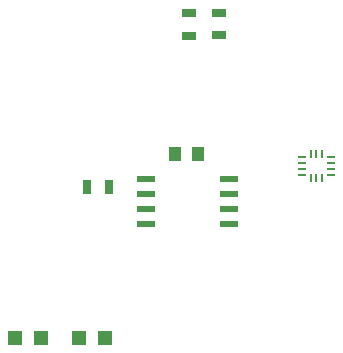
<source format=gbr>
G04 #@! TF.GenerationSoftware,KiCad,Pcbnew,(5.0.0)*
G04 #@! TF.CreationDate,2020-03-15T13:15:32-04:00*
G04 #@! TF.ProjectId,Attiny_IMU_LCD_ETC,417474696E795F494D555F4C43445F45,rev?*
G04 #@! TF.SameCoordinates,Original*
G04 #@! TF.FileFunction,Paste,Top*
G04 #@! TF.FilePolarity,Positive*
%FSLAX46Y46*%
G04 Gerber Fmt 4.6, Leading zero omitted, Abs format (unit mm)*
G04 Created by KiCad (PCBNEW (5.0.0)) date 03/15/20 13:15:32*
%MOMM*%
%LPD*%
G01*
G04 APERTURE LIST*
%ADD10R,1.000000X1.250000*%
%ADD11R,1.300000X0.700000*%
%ADD12R,0.700000X1.300000*%
%ADD13R,1.550000X0.600000*%
%ADD14R,1.200000X1.200000*%
%ADD15R,0.675000X0.250000*%
%ADD16R,0.250000X0.675000*%
G04 APERTURE END LIST*
D10*
G04 #@! TO.C,C1*
X131500000Y-87250000D03*
X133500000Y-87250000D03*
G04 #@! TD*
D11*
G04 #@! TO.C,R1*
X135250000Y-75250000D03*
X135250000Y-77150000D03*
G04 #@! TD*
G04 #@! TO.C,R2*
X132750000Y-77200000D03*
X132750000Y-75300000D03*
G04 #@! TD*
D12*
G04 #@! TO.C,R3*
X125950000Y-90000000D03*
X124050000Y-90000000D03*
G04 #@! TD*
D13*
G04 #@! TO.C,U3*
X129100000Y-89345000D03*
X129100000Y-90615000D03*
X129100000Y-91885000D03*
X129100000Y-93155000D03*
X136100000Y-93155000D03*
X136100000Y-91885000D03*
X136100000Y-90615000D03*
X136100000Y-89350000D03*
G04 #@! TD*
D14*
G04 #@! TO.C,D1*
X118000000Y-102750000D03*
X120200000Y-102750000D03*
G04 #@! TD*
G04 #@! TO.C,D2*
X125600000Y-102750000D03*
X123400000Y-102750000D03*
G04 #@! TD*
D15*
G04 #@! TO.C,U4*
X144762500Y-87500000D03*
X144762500Y-88000000D03*
X144762500Y-88500000D03*
X144762500Y-89000000D03*
X142237500Y-89000000D03*
X142237500Y-88500000D03*
X142237500Y-88000000D03*
X142237500Y-87500000D03*
D16*
X144000000Y-89262500D03*
X143500000Y-89262500D03*
X143000000Y-89262500D03*
X144000000Y-87237500D03*
X143000000Y-87237500D03*
X143500000Y-87237500D03*
G04 #@! TD*
M02*

</source>
